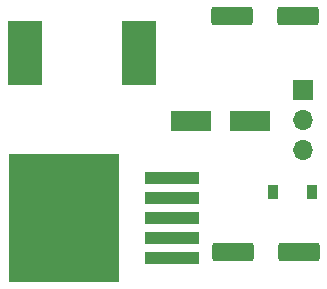
<source format=gbr>
%TF.GenerationSoftware,KiCad,Pcbnew,6.0.2+dfsg-1*%
%TF.CreationDate,2022-09-05T16:28:12+02:00*%
%TF.ProjectId,power-module,706f7765-722d-46d6-9f64-756c652e6b69,rev?*%
%TF.SameCoordinates,Original*%
%TF.FileFunction,Soldermask,Top*%
%TF.FilePolarity,Negative*%
%FSLAX46Y46*%
G04 Gerber Fmt 4.6, Leading zero omitted, Abs format (unit mm)*
G04 Created by KiCad (PCBNEW 6.0.2+dfsg-1) date 2022-09-05 16:28:12*
%MOMM*%
%LPD*%
G01*
G04 APERTURE LIST*
G04 Aperture macros list*
%AMRoundRect*
0 Rectangle with rounded corners*
0 $1 Rounding radius*
0 $2 $3 $4 $5 $6 $7 $8 $9 X,Y pos of 4 corners*
0 Add a 4 corners polygon primitive as box body*
4,1,4,$2,$3,$4,$5,$6,$7,$8,$9,$2,$3,0*
0 Add four circle primitives for the rounded corners*
1,1,$1+$1,$2,$3*
1,1,$1+$1,$4,$5*
1,1,$1+$1,$6,$7*
1,1,$1+$1,$8,$9*
0 Add four rect primitives between the rounded corners*
20,1,$1+$1,$2,$3,$4,$5,0*
20,1,$1+$1,$4,$5,$6,$7,0*
20,1,$1+$1,$6,$7,$8,$9,0*
20,1,$1+$1,$8,$9,$2,$3,0*%
G04 Aperture macros list end*
%ADD10R,4.600000X1.100000*%
%ADD11R,9.400000X10.800000*%
%ADD12R,1.700000X1.700000*%
%ADD13O,1.700000X1.700000*%
%ADD14RoundRect,0.250000X-1.500000X-0.550000X1.500000X-0.550000X1.500000X0.550000X-1.500000X0.550000X0*%
%ADD15R,0.900000X1.200000*%
%ADD16R,3.500000X1.800000*%
%ADD17R,2.900000X5.400000*%
G04 APERTURE END LIST*
D10*
%TO.C,U1*%
X156025000Y-103000000D03*
X156025000Y-101300000D03*
X156025000Y-99600000D03*
D11*
X146875000Y-99600000D03*
D10*
X156025000Y-97900000D03*
X156025000Y-96200000D03*
%TD*%
D12*
%TO.C,J1*%
X167100000Y-88775000D03*
D13*
X167100000Y-91315000D03*
X167100000Y-93855000D03*
%TD*%
D14*
%TO.C,C1*%
X161150000Y-102450000D03*
X166750000Y-102450000D03*
%TD*%
%TO.C,C2*%
X161100000Y-82450000D03*
X166700000Y-82450000D03*
%TD*%
D15*
%TO.C,D2*%
X167850000Y-97350000D03*
X164550000Y-97350000D03*
%TD*%
D16*
%TO.C,D1*%
X157600000Y-91350000D03*
X162600000Y-91350000D03*
%TD*%
D17*
%TO.C,L1*%
X143550000Y-85600000D03*
X153250000Y-85600000D03*
%TD*%
M02*

</source>
